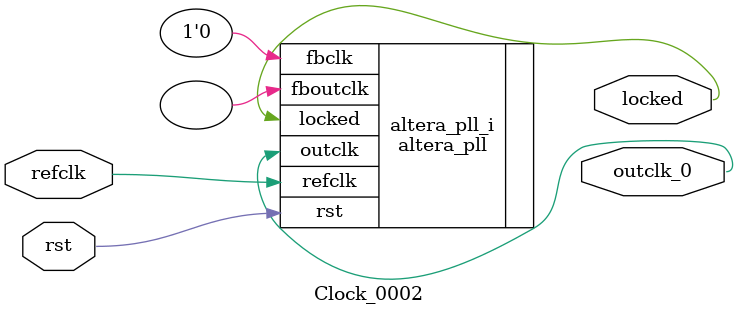
<source format=v>
`timescale 1ns/10ps
module  Clock_0002(

	// interface 'refclk'
	input wire refclk,

	// interface 'reset'
	input wire rst,

	// interface 'outclk0'
	output wire outclk_0,

	// interface 'locked'
	output wire locked
);

	altera_pll #(
		.fractional_vco_multiplier("false"),
		.reference_clock_frequency("50.0 MHz"),
		.operation_mode("normal"),
		.number_of_clocks(1),
		.output_clock_frequency0("1.171875 MHz"),
		.phase_shift0("0 ps"),
		.duty_cycle0(50),
		.output_clock_frequency1("0 MHz"),
		.phase_shift1("0 ps"),
		.duty_cycle1(50),
		.output_clock_frequency2("0 MHz"),
		.phase_shift2("0 ps"),
		.duty_cycle2(50),
		.output_clock_frequency3("0 MHz"),
		.phase_shift3("0 ps"),
		.duty_cycle3(50),
		.output_clock_frequency4("0 MHz"),
		.phase_shift4("0 ps"),
		.duty_cycle4(50),
		.output_clock_frequency5("0 MHz"),
		.phase_shift5("0 ps"),
		.duty_cycle5(50),
		.output_clock_frequency6("0 MHz"),
		.phase_shift6("0 ps"),
		.duty_cycle6(50),
		.output_clock_frequency7("0 MHz"),
		.phase_shift7("0 ps"),
		.duty_cycle7(50),
		.output_clock_frequency8("0 MHz"),
		.phase_shift8("0 ps"),
		.duty_cycle8(50),
		.output_clock_frequency9("0 MHz"),
		.phase_shift9("0 ps"),
		.duty_cycle9(50),
		.output_clock_frequency10("0 MHz"),
		.phase_shift10("0 ps"),
		.duty_cycle10(50),
		.output_clock_frequency11("0 MHz"),
		.phase_shift11("0 ps"),
		.duty_cycle11(50),
		.output_clock_frequency12("0 MHz"),
		.phase_shift12("0 ps"),
		.duty_cycle12(50),
		.output_clock_frequency13("0 MHz"),
		.phase_shift13("0 ps"),
		.duty_cycle13(50),
		.output_clock_frequency14("0 MHz"),
		.phase_shift14("0 ps"),
		.duty_cycle14(50),
		.output_clock_frequency15("0 MHz"),
		.phase_shift15("0 ps"),
		.duty_cycle15(50),
		.output_clock_frequency16("0 MHz"),
		.phase_shift16("0 ps"),
		.duty_cycle16(50),
		.output_clock_frequency17("0 MHz"),
		.phase_shift17("0 ps"),
		.duty_cycle17(50),
		.pll_type("General"),
		.pll_subtype("General")
	) altera_pll_i (
		.rst	(rst),
		.outclk	({outclk_0}),
		.locked	(locked),
		.fboutclk	( ),
		.fbclk	(1'b0),
		.refclk	(refclk)
	);
endmodule


</source>
